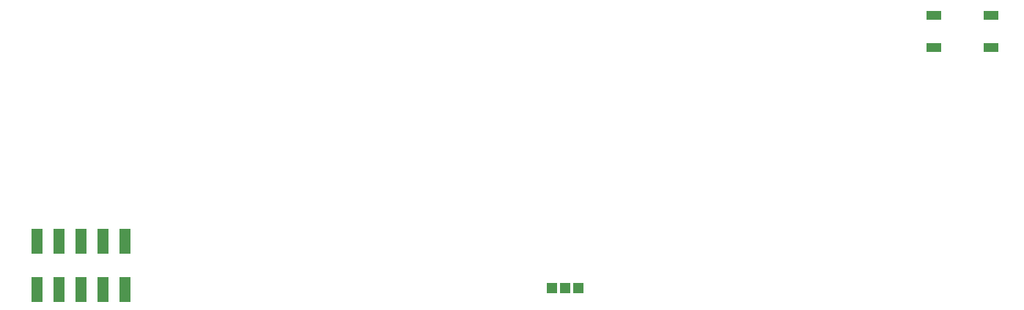
<source format=gbp>
G04 Layer: BottomPasteMaskLayer*
G04 EasyEDA v6.5.42, 2024-02-23 22:21:14*
G04 3aace9d48a714ce2aeec92cc817ea311,70a670f4ca684169977cf979d80dc4ec,10*
G04 Gerber Generator version 0.2*
G04 Scale: 100 percent, Rotated: No, Reflected: No *
G04 Dimensions in millimeters *
G04 leading zeros omitted , absolute positions ,4 integer and 5 decimal *
%FSLAX45Y45*%
%MOMM*%

%AMMACRO1*21,1,$1,$2,0,0,$3*%
%ADD10MACRO1,1.7X1X0.0000*%
%ADD11MACRO1,1.1999X1.1999X90.0000*%
%ADD12MACRO1,1.27X2.8001X0.0000*%

%LPD*%
D10*
G01*
X9537509Y4998326D03*
G01*
X8877490Y4998326D03*
G01*
X9537509Y4628273D03*
G01*
X8877490Y4628273D03*
D11*
G01*
X4775327Y1841398D03*
G01*
X4622927Y1841398D03*
G01*
X4470527Y1841398D03*
D12*
G01*
X-1473200Y2388184D03*
G01*
X-1473200Y1828190D03*
G01*
X-1219200Y2388184D03*
G01*
X-1219200Y1828190D03*
G01*
X-965200Y2388184D03*
G01*
X-965200Y1828190D03*
G01*
X-711200Y2388184D03*
G01*
X-711200Y1828190D03*
G01*
X-457200Y2388184D03*
G01*
X-457200Y1828190D03*
M02*

</source>
